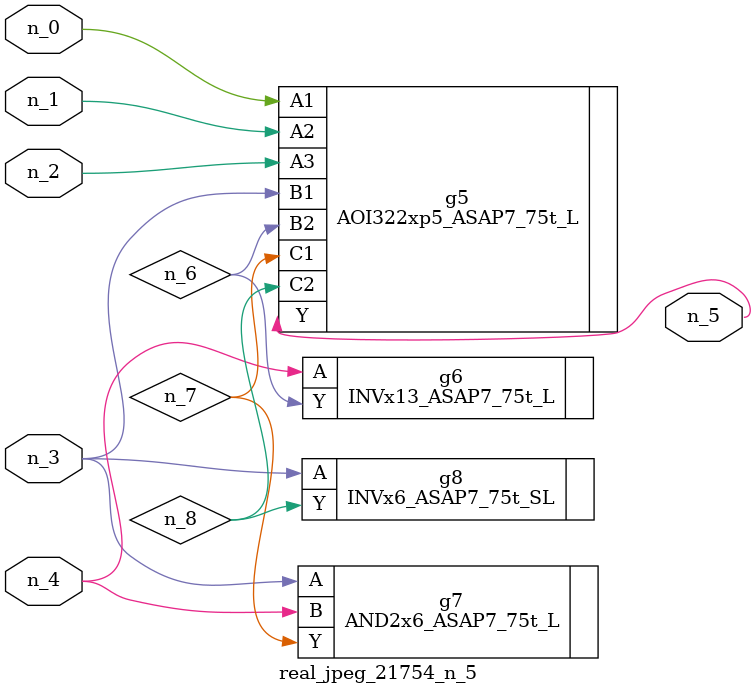
<source format=v>
module real_jpeg_21754_n_5 (n_4, n_0, n_1, n_2, n_3, n_5);

input n_4;
input n_0;
input n_1;
input n_2;
input n_3;

output n_5;

wire n_8;
wire n_6;
wire n_7;

AOI322xp5_ASAP7_75t_L g5 ( 
.A1(n_0),
.A2(n_1),
.A3(n_2),
.B1(n_3),
.B2(n_6),
.C1(n_7),
.C2(n_8),
.Y(n_5)
);

AND2x6_ASAP7_75t_L g7 ( 
.A(n_3),
.B(n_4),
.Y(n_7)
);

INVx6_ASAP7_75t_SL g8 ( 
.A(n_3),
.Y(n_8)
);

INVx13_ASAP7_75t_L g6 ( 
.A(n_4),
.Y(n_6)
);


endmodule
</source>
